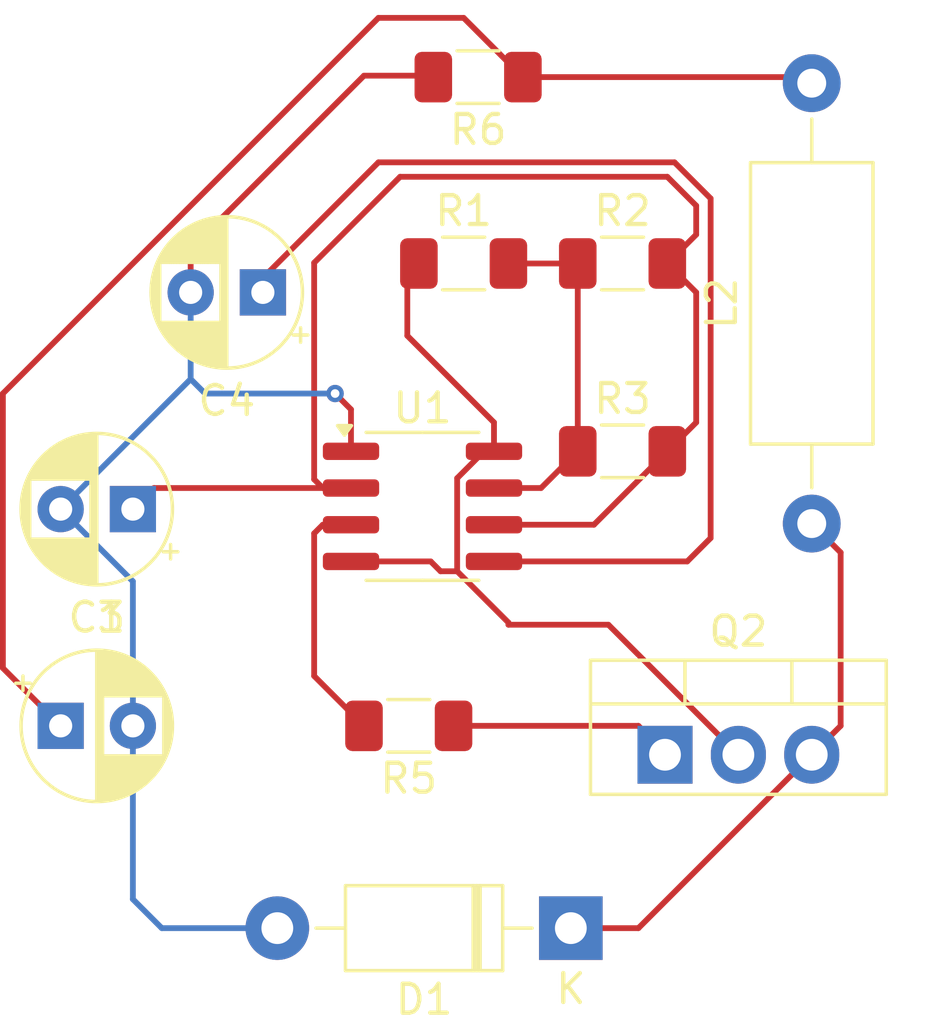
<source format=kicad_pcb>
(kicad_pcb (version 20240108) (generator "pcbnew") (generator_version "8.0")
  (layers (0 "F.Cu" signal) (31 "B.Cu" signal) (34 "B.Paste" user) (35 "F.Paste" user) (36 "B.SilkS" user "B.Silkscreen") (37 "F.SilkS" user "F.Silkscreen") (38 "B.Mask" user) (39 "F.Mask" user) (44 "Edge.Cuts" user))
  (net 0 "")
  (net 1 "Net-(U1-THR)")
  (net 2 "GND")
  (net 3 "Net-(C3-Pad1)")
  (net 4 "Net-(U1-CV)")
  (net 5 "Net-(D1-K)")
  (net 6 "Net-(Q2-G)")
  (net 7 "+24V")
  (net 8 "Net-(U1-DIS)")
  (net 9 "Net-(U1-Q)")
  (footprint "Diode_THT:D_DO-41_SOD81_P10.16mm_Horizontal" (layer "F.Cu") (at 108.66 85.5 180)
    (property "Reference" "D1" (at 5.08 -2.47 0) (layer "F.SilkS"))
    (property "Value" "1N5819")
    (fp_line (start 8.82 0) (end 7.8 0) (stroke (width 0.12)) (layer "F.SilkS"))
    (fp_line (start 7.8 1.47) (end 7.8 -1.47) (stroke (width 0.12)) (layer "F.SilkS"))
    (fp_line (start 7.8 -1.47) (end 2.36 -1.47) (stroke (width 0.12)) (layer "F.SilkS"))
    (fp_line (start 3.38 -1.47) (end 3.38 1.47) (stroke (width 0.12)) (layer "F.SilkS"))
    (fp_line (start 3.26 -1.47) (end 3.26 1.47) (stroke (width 0.12)) (layer "F.SilkS"))
    (fp_line (start 3.14 -1.47) (end 3.14 1.47) (stroke (width 0.12)) (layer "F.SilkS"))
    (fp_line (start 2.36 1.47) (end 7.8 1.47) (stroke (width 0.12)) (layer "F.SilkS"))
    (fp_line (start 2.36 -1.47) (end 2.36 1.47) (stroke (width 0.12)) (layer "F.SilkS"))
    (fp_line (start 1.34 0) (end 2.36 0) (stroke (width 0.12)) (layer "F.SilkS"))
    (fp_text user "K" (at 0 -2.1 0) (layer "F.SilkS"))
    (pad "1" thru_hole rect (at 0 0 180) (size 2.2 2.2) (drill 1.1) (layers "*.Cu" "*.Mask") (net 5 "Net-(D1-K)"))
    (pad "2" thru_hole oval (at 10.16 0 180) (size 2.2 2.2) (drill 1.1) (layers "*.Cu" "*.Mask") (net 2 "GND"))
  )
  (footprint "Package_TO_SOT_THT:TO-220-3_Vertical" (layer "F.Cu") (at 111.92 79.5)
    (property "Reference" "Q2" (at 2.54 -4.27 0) (layer "F.SilkS"))
    (property "Value" "IRLZ44N")
    (fp_line (start -2.58 -3.27) (end -2.58 1.371) (stroke (width 0.12)) (layer "F.SilkS"))
    (fp_line (start -2.58 -3.27) (end 7.66 -3.27) (stroke (width 0.12)) (layer "F.SilkS"))
    (fp_line (start -2.58 -1.76) (end 7.66 -1.76) (stroke (width 0.12)) (layer "F.SilkS"))
    (fp_line (start -2.58 1.371) (end 7.66 1.371) (stroke (width 0.12)) (layer "F.SilkS"))
    (fp_line (start 0.69 -3.27) (end 0.69 -1.76) (stroke (width 0.12)) (layer "F.SilkS"))
    (fp_line (start 4.391 -3.27) (end 4.391 -1.76) (stroke (width 0.12)) (layer "F.SilkS"))
    (fp_line (start 7.66 -3.27) (end 7.66 1.371) (stroke (width 0.12)) (layer "F.SilkS"))
    (pad "1" thru_hole rect (at 0 0) (size 1.905 2) (drill 1.1) (layers "*.Cu" "*.Mask") (net 6 "Net-(Q2-G)"))
    (pad "2" thru_hole oval (at 2.54 0) (size 1.905 2) (drill 1.1) (layers "*.Cu" "*.Mask") (net 7 "+24V"))
    (pad "3" thru_hole oval (at 5.08 0) (size 1.905 2) (drill 1.1) (layers "*.Cu" "*.Mask") (net 5 "Net-(D1-K)"))
  )
  (footprint "Capacitor_THT:CP_Radial_D5.0mm_P2.50mm" (layer "F.Cu") (at 93.5 71 180)
    (property "Reference" "C1" (at 1.25 -3.75 0) (layer "F.SilkS"))
    (property "Value" "0.1 μF")
    (fp_line (start 3.851 -0.284) (end 3.851 0.284) (stroke (width 0.12)) (layer "F.SilkS"))
    (fp_line (start 3.811 -0.518) (end 3.811 0.518) (stroke (width 0.12)) (layer "F.SilkS"))
    (fp_line (start 3.771 -0.677) (end 3.771 0.677) (stroke (width 0.12)) (layer "F.SilkS"))
    (fp_line (start 3.731 -0.805) (end 3.731 0.805) (stroke (width 0.12)) (layer "F.SilkS"))
    (fp_line (start 3.691 -0.915) (end 3.691 0.915) (stroke (width 0.12)) (layer "F.SilkS"))
    (fp_line (start 3.651 -1.011) (end 3.651 1.011) (stroke (width 0.12)) (layer "F.SilkS"))
    (fp_line (start 3.611 -1.098) (end 3.611 1.098) (stroke (width 0.12)) (layer "F.SilkS"))
    (fp_line (start 3.571 -1.178) (end 3.571 1.178) (stroke (width 0.12)) (layer "F.SilkS"))
    (fp_line (start 3.531 1.04) (end 3.531 1.251) (stroke (width 0.12)) (layer "F.SilkS"))
    (fp_line (start 3.531 -1.251) (end 3.531 -1.04) (stroke (width 0.12)) (layer "F.SilkS"))
    (fp_line (start 3.491 1.04) (end 3.491 1.319) (stroke (width 0.12)) (layer "F.SilkS"))
    (fp_line (start 3.491 -1.319) (end 3.491 -1.04) (stroke (width 0.12)) (layer "F.SilkS"))
    (fp_line (start 3.451 1.04) (end 3.451 1.383) (stroke (width 0.12)) (layer "F.SilkS"))
    (fp_line (start 3.451 -1.383) (end 3.451 -1.04) (stroke (width 0.12)) (layer "F.SilkS"))
    (fp_line (start 3.411 1.04) (end 3.411 1.443) (stroke (width 0.12)) (layer "F.SilkS"))
    (fp_line (start 3.411 -1.443) (end 3.411 -1.04) (stroke (width 0.12)) (layer "F.SilkS"))
    (fp_line (start 3.371 1.04) (end 3.371 1.5) (stroke (width 0.12)) (layer "F.SilkS"))
    (fp_line (start 3.371 -1.5) (end 3.371 -1.04) (stroke (width 0.12)) (layer "F.SilkS"))
    (fp_line (start 3.331 1.04) (end 3.331 1.554) (stroke (width 0.12)) (layer "F.SilkS"))
    (fp_line (start 3.331 -1.554) (end 3.331 -1.04) (stroke (width 0.12)) (layer "F.SilkS"))
    (fp_line (start 3.291 1.04) (end 3.291 1.605) (stroke (width 0.12)) (layer "F.SilkS"))
    (fp_line (start 3.291 -1.605) (end 3.291 -1.04) (stroke (width 0.12)) (layer "F.SilkS"))
    (fp_line (start 3.251 1.04) (end 3.251 1.653) (stroke (width 0.12)) (layer "F.SilkS"))
    (fp_line (start 3.251 -1.653) (end 3.251 -1.04) (stroke (width 0.12)) (layer "F.SilkS"))
    (fp_line (start 3.211 1.04) (end 3.211 1.699) (stroke (width 0.12)) (layer "F.SilkS"))
    (fp_line (start 3.211 -1.699) (end 3.211 -1.04) (stroke (width 0.12)) (layer "F.SilkS"))
    (fp_line (start 3.171 1.04) (end 3.171 1.743) (stroke (width 0.12)) (layer "F.SilkS"))
    (fp_line (start 3.171 -1.743) (end 3.171 -1.04) (stroke (width 0.12)) (layer "F.SilkS"))
    (fp_line (start 3.131 1.04) (end 3.131 1.785) (stroke (width 0.12)) (layer "F.SilkS"))
    (fp_line (start 3.131 -1.785) (end 3.131 -1.04) (stroke (width 0.12)) (layer "F.SilkS"))
    (fp_line (start 3.091 1.04) (end 3.091 1.826) (stroke (width 0.12)) (layer "F.SilkS"))
    (fp_line (start 3.091 -1.826) (end 3.091 -1.04) (stroke (width 0.12)) (layer "F.SilkS"))
    (fp_line (start 3.051 1.04) (end 3.051 1.864) (stroke (width 0.12)) (layer "F.SilkS"))
    (fp_line (start 3.051 -1.864) (end 3.051 -1.04) (stroke (width 0.12)) (layer "F.SilkS"))
    (fp_line (start 3.011 1.04) (end 3.011 1.901) (stroke (width 0.12)) (layer "F.SilkS"))
    (fp_line (start 3.011 -1.901) (end 3.011 -1.04) (stroke (width 0.12)) (layer "F.SilkS"))
    (fp_line (start 2.971 1.04) (end 2.971 1.937) (stroke (width 0.12)) (layer "F.SilkS"))
    (fp_line (start 2.971 -1.937) (end 2.971 -1.04) (stroke (width 0.12)) (layer "F.SilkS"))
    (fp_line (start 2.931 1.04) (end 2.931 1.971) (stroke (width 0.12)) (layer "F.SilkS"))
    (fp_line (start 2.931 -1.971) (end 2.931 -1.04) (stroke (width 0.12)) (layer "F.SilkS"))
    (fp_line (start 2.891 1.04) (end 2.891 2.004) (stroke (width 0.12)) (layer "F.SilkS"))
    (fp_line (start 2.891 -2.004) (end 2.891 -1.04) (stroke (width 0.12)) (layer "F.SilkS"))
    (fp_line (start 2.851 1.04) (end 2.851 2.035) (stroke (width 0.12)) (layer "F.SilkS"))
    (fp_line (start 2.851 -2.035) (end 2.851 -1.04) (stroke (width 0.12)) (layer "F.SilkS"))
    (fp_line (start 2.811 1.04) (end 2.811 2.065) (stroke (width 0.12)) (layer "F.SilkS"))
    (fp_line (start 2.811 -2.065) (end 2.811 -1.04) (stroke (width 0.12)) (layer "F.SilkS"))
    (fp_line (start 2.771 1.04) (end 2.771 2.095) (stroke (width 0.12)) (layer "F.SilkS"))
    (fp_line (start 2.771 -2.095) (end 2.771 -1.04) (stroke (width 0.12)) (layer "F.SilkS"))
    (fp_line (start 2.731 1.04) (end 2.731 2.122) (stroke (width 0.12)) (layer "F.SilkS"))
    (fp_line (start 2.731 -2.122) (end 2.731 -1.04) (stroke (width 0.12)) (layer "F.SilkS"))
    (fp_line (start 2.691 1.04) (end 2.691 2.149) (stroke (width 0.12)) (layer "F.SilkS"))
    (fp_line (start 2.691 -2.149) (end 2.691 -1.04) (stroke (width 0.12)) (layer "F.SilkS"))
    (fp_line (start 2.651 1.04) (end 2.651 2.175) (stroke (width 0.12)) (layer "F.SilkS"))
    (fp_line (start 2.651 -2.175) (end 2.651 -1.04) (stroke (width 0.12)) (layer "F.SilkS"))
    (fp_line (start 2.611 1.04) (end 2.611 2.2) (stroke (width 0.12)) (layer "F.SilkS"))
    (fp_line (start 2.611 -2.2) (end 2.611 -1.04) (stroke (width 0.12)) (layer "F.SilkS"))
    (fp_line (start 2.571 1.04) (end 2.571 2.224) (stroke (width 0.12)) (layer "F.SilkS"))
    (fp_line (start 2.571 -2.224) (end 2.571 -1.04) (stroke (width 0.12)) (layer "F.SilkS"))
    (fp_line (start 2.531 1.04) (end 2.531 2.247) (stroke (width 0.12)) (layer "F.SilkS"))
    (fp_line (start 2.531 -2.247) (end 2.531 -1.04) (stroke (width 0.12)) (layer "F.SilkS"))
    (fp_line (start 2.491 1.04) (end 2.491 2.268) (stroke (width 0.12)) (layer "F.SilkS"))
    (fp_line (start 2.491 -2.268) (end 2.491 -1.04) (stroke (width 0.12)) (layer "F.SilkS"))
    (fp_line (start 2.451 1.04) (end 2.451 2.29) (stroke (width 0.12)) (layer "F.SilkS"))
    (fp_line (start 2.451 -2.29) (end 2.451 -1.04) (stroke (width 0.12)) (layer "F.SilkS"))
    (fp_line (start 2.411 1.04) (end 2.411 2.31) (stroke (width 0.12)) (layer "F.SilkS"))
    (fp_line (start 2.411 -2.31) (end 2.411 -1.04) (stroke (width 0.12)) (layer "F.SilkS"))
    (fp_line (start 2.371 1.04) (end 2.371 2.329) (stroke (width 0.12)) (layer "F.SilkS"))
    (fp_line (start 2.371 -2.329) (end 2.371 -1.04) (stroke (width 0.12)) (layer "F.SilkS"))
    (fp_line (start 2.331 1.04) (end 2.331 2.348) (stroke (width 0.12)) (layer "F.SilkS"))
    (fp_line (start 2.331 -2.348) (end 2.331 -1.04) (stroke (width 0.12)) (layer "F.SilkS"))
    (fp_line (start 2.291 1.04) (end 2.291 2.365) (stroke (width 0.12)) (layer "F.SilkS"))
    (fp_line (start 2.291 -2.365) (end 2.291 -1.04) (stroke (width 0.12)) (layer "F.SilkS"))
    (fp_line (start 2.251 1.04) (end 2.251 2.382) (stroke (width 0.12)) (layer "F.SilkS"))
    (fp_line (start 2.251 -2.382) (end 2.251 -1.04) (stroke (width 0.12)) (layer "F.SilkS"))
    (fp_line (start 2.211 1.04) (end 2.211 2.398) (stroke (width 0.12)) (layer "F.SilkS"))
    (fp_line (start 2.211 -2.398) (end 2.211 -1.04) (stroke (width 0.12)) (layer "F.SilkS"))
    (fp_line (start 2.171 1.04) (end 2.171 2.414) (stroke (width 0.12)) (layer "F.SilkS"))
    (fp_line (start 2.171 -2.414) (end 2.171 -1.04) (stroke (width 0.12)) (layer "F.SilkS"))
    (fp_line (start 2.131 1.04) (end 2.131 2.428) (stroke (width 0.12)) (layer "F.SilkS"))
    (fp_line (start 2.131 -2.428) (end 2.131 -1.04) (stroke (width 0.12)) (layer "F.SilkS"))
    (fp_line (start 2.091 1.04) (end 2.091 2.442) (stroke (width 0.12)) (layer "F.SilkS"))
    (fp_line (start 2.091 -2.442) (end 2.091 -1.04) (stroke (width 0.12)) (layer "F.SilkS"))
    (fp_line (start 2.051 1.04) (end 2.051 2.455) (stroke (width 0.12)) (layer "F.SilkS"))
    (fp_line (start 2.051 -2.455) (end 2.051 -1.04) (stroke (width 0.12)) (layer "F.SilkS"))
    (fp_line (start 2.011 1.04) (end 2.011 2.468) (stroke (width 0.12)) (layer "F.SilkS"))
    (fp_line (start 2.011 -2.468) (end 2.011 -1.04) (stroke (width 0.12)) (layer "F.SilkS"))
    (fp_line (start 1.971 1.04) (end 1.971 2.48) (stroke (width 0.12)) (layer "F.SilkS"))
    (fp_line (start 1.971 -2.48) (end 1.971 -1.04) (stroke (width 0.12)) (layer "F.SilkS"))
    (fp_line (start 1.93 1.04) (end 1.93 2.491) (stroke (width 0.12)) (layer "F.SilkS"))
    (fp_line (start 1.93 -2.491) (end 1.93 -1.04) (stroke (width 0.12)) (layer "F.SilkS"))
    (fp_line (start 1.89 1.04) (end 1.89 2.501) (stroke (width 0.12)) (layer "F.SilkS"))
    (fp_line (start 1.89 -2.501) (end 1.89 -1.04) (stroke (width 0.12)) (layer "F.SilkS"))
    (fp_line (start 1.85 1.04) (end 1.85 2.511) (stroke (width 0.12)) (layer "F.SilkS"))
    (fp_line (start 1.85 -2.511) (end 1.85 -1.04) (stroke (width 0.12)) (layer "F.SilkS"))
    (fp_line (start 1.81 1.04) (end 1.81 2.52) (stroke (width 0.12)) (layer "F.SilkS"))
    (fp_line (start 1.81 -2.52) (end 1.81 -1.04) (stroke (width 0.12)) (layer "F.SilkS"))
    (fp_line (start 1.77 1.04) (end 1.77 2.528) (stroke (width 0.12)) (layer "F.SilkS"))
    (fp_line (start 1.77 -2.528) (end 1.77 -1.04) (stroke (width 0.12)) (layer "F.SilkS"))
    (fp_line (start 1.73 1.04) (end 1.73 2.536) (stroke (width 0.12)) (layer "F.SilkS"))
    (fp_line (start 1.73 -2.536) (end 1.73 -1.04) (stroke (width 0.12)) (layer "F.SilkS"))
    (fp_line (start 1.69 1.04) (end 1.69 2.543) (stroke (width 0.12)) (layer "F.SilkS"))
    (fp_line (start 1.69 -2.543) (end 1.69 -1.04) (stroke (width 0.12)) (layer "F.SilkS"))
    (fp_line (start 1.65 1.04) (end 1.65 2.55) (stroke (width 0.12)) (layer "F.SilkS"))
    (fp_line (start 1.65 -2.55) (end 1.65 -1.04) (stroke (width 0.12)) (layer "F.SilkS"))
    (fp_line (start 1.61 1.04) (end 1.61 2.556) (stroke (width 0.12)) (layer "F.SilkS"))
    (fp_line (start 1.61 -2.556) (end 1.61 -1.04) (stroke (width 0.12)) (layer "F.SilkS"))
    (fp_line (start 1.57 1.04) (end 1.57 2.561) (stroke (width 0.12)) (layer "F.SilkS"))
    (fp_line (start 1.57 -2.561) (end 1.57 -1.04) (stroke (width 0.12)) (layer "F.SilkS"))
    (fp_line (start 1.53 1.04) (end 1.53 2.565) (stroke (width 0.12)) (layer "F.SilkS"))
    (fp_line (start 1.53 -2.565) (end 1.53 -1.04) (stroke (width 0.12)) (layer "F.SilkS"))
    (fp_line (start 1.49 1.04) (end 1.49 2.569) (stroke (width 0.12)) (layer "F.SilkS"))
    (fp_line (start 1.49 -2.569) (end 1.49 -1.04) (stroke (width 0.12)) (layer "F.SilkS"))
    (fp_line (start 1.45 -2.573) (end 1.45 2.573) (stroke (width 0.12)) (layer "F.SilkS"))
    (fp_line (start 1.41 -2.576) (end 1.41 2.576) (stroke (width 0.12)) (layer "F.SilkS"))
    (fp_line (start 1.37 -2.578) (end 1.37 2.578) (stroke (width 0.12)) (layer "F.SilkS"))
    (fp_line (start 1.33 -2.579) (end 1.33 2.579) (stroke (width 0.12)) (layer "F.SilkS"))
    (fp_line (start 1.29 -2.58) (end 1.29 2.58) (stroke (width 0.12)) (layer "F.SilkS"))
    (fp_line (start 1.25 -2.58) (end 1.25 2.58) (stroke (width 0.12)) (layer "F.SilkS"))
    (fp_line (start -1.304775 -1.725) (end -1.304775 -1.225) (stroke (width 0.12)) (layer "F.SilkS"))
    (fp_line (start -1.554775 -1.475) (end -1.054775 -1.475) (stroke (width 0.12)) (layer "F.SilkS"))
    (fp_circle (center 1.25 0) (end 3.87 0) (stroke (width 0.12)) (fill none) (layer "F.SilkS"))
    (pad "1" thru_hole rect (at 0 0 180) (size 1.6 1.6) (drill 0.8) (layers "*.Cu" "*.Mask") (net 1 "Net-(U1-THR)"))
    (pad "2" thru_hole circle (at 2.5 0 180) (size 1.6 1.6) (drill 0.8) (layers "*.Cu" "*.Mask") (net 2 "GND"))
  )
  (footprint "Resistor_SMD:R_1206_3216Metric_Pad1.30x1.75mm_HandSolder" (layer "F.Cu") (at 110.45 69)
    (property "Reference" "R3" (at 0 -1.82 0) (layer "F.SilkS"))
    (property "Value" "1.16 Ω")
    (fp_line (start -0.727064 -0.91) (end 0.727064 -0.91) (stroke (width 0.12)) (layer "F.SilkS"))
    (fp_line (start -0.727064 0.91) (end 0.727064 0.91) (stroke (width 0.12)) (layer "F.SilkS"))
    (pad "1" smd roundrect (at -1.55 0) (size 1.3 1.75) (layers "F.Cu" "F.Paste" "F.Mask") (roundrect_rratio 0.192308) (net 8 "Net-(U1-DIS)"))
    (pad "2" smd roundrect (at 1.55 0) (size 1.3 1.75) (layers "F.Cu" "F.Paste" "F.Mask") (roundrect_rratio 0.192308) (net 1 "Net-(U1-THR)"))
  )
  (footprint "Capacitor_THT:CP_Radial_D5.0mm_P2.50mm" (layer "F.Cu") (at 98 63.5 180)
    (property "Reference" "C4" (at 1.25 -3.75 0) (layer "F.SilkS"))
    (property "Value" "0.1 μF")
    (fp_line (start 3.851 -0.284) (end 3.851 0.284) (stroke (width 0.12)) (layer "F.SilkS"))
    (fp_line (start 3.811 -0.518) (end 3.811 0.518) (stroke (width 0.12)) (layer "F.SilkS"))
    (fp_line (start 3.771 -0.677) (end 3.771 0.677) (stroke (width 0.12)) (layer "F.SilkS"))
    (fp_line (start 3.731 -0.805) (end 3.731 0.805) (stroke (width 0.12)) (layer "F.SilkS"))
    (fp_line (start 3.691 -0.915) (end 3.691 0.915) (stroke (width 0.12)) (layer "F.SilkS"))
    (fp_line (start 3.651 -1.011) (end 3.651 1.011) (stroke (width 0.12)) (layer "F.SilkS"))
    (fp_line (start 3.611 -1.098) (end 3.611 1.098) (stroke (width 0.12)) (layer "F.SilkS"))
    (fp_line (start 3.571 -1.178) (end 3.571 1.178) (stroke (width 0.12)) (layer "F.SilkS"))
    (fp_line (start 3.531 1.04) (end 3.531 1.251) (stroke (width 0.12)) (layer "F.SilkS"))
    (fp_line (start 3.531 -1.251) (end 3.531 -1.04) (stroke (width 0.12)) (layer "F.SilkS"))
    (fp_line (start 3.491 1.04) (end 3.491 1.319) (stroke (width 0.12)) (layer "F.SilkS"))
    (fp_line (start 3.491 -1.319) (end 3.491 -1.04) (stroke (width 0.12)) (layer "F.SilkS"))
    (fp_line (start 3.451 1.04) (end 3.451 1.383) (stroke (width 0.12)) (layer "F.SilkS"))
    (fp_line (start 3.451 -1.383) (end 3.451 -1.04) (stroke (width 0.12)) (layer "F.SilkS"))
    (fp_line (start 3.411 1.04) (end 3.411 1.443) (stroke (width 0.12)) (layer "F.SilkS"))
    (fp_line (start 3.411 -1.443) (end 3.411 -1.04) (stroke (width 0.12)) (layer "F.SilkS"))
    (fp_line (start 3.371 1.04) (end 3.371 1.5) (stroke (width 0.12)) (layer "F.SilkS"))
    (fp_line (start 3.371 -1.5) (end 3.371 -1.04) (stroke (width 0.12)) (layer "F.SilkS"))
    (fp_line (start 3.331 1.04) (end 3.331 1.554) (stroke (width 0.12)) (layer "F.SilkS"))
    (fp_line (start 3.331 -1.554) (end 3.331 -1.04) (stroke (width 0.12)) (layer "F.SilkS"))
    (fp_line (start 3.291 1.04) (end 3.291 1.605) (stroke (width 0.12)) (layer "F.SilkS"))
    (fp_line (start 3.291 -1.605) (end 3.291 -1.04) (stroke (width 0.12)) (layer "F.SilkS"))
    (fp_line (start 3.251 1.04) (end 3.251 1.653) (stroke (width 0.12)) (layer "F.SilkS"))
    (fp_line (start 3.251 -1.653) (end 3.251 -1.04) (stroke (width 0.12)) (layer "F.SilkS"))
    (fp_line (start 3.211 1.04) (end 3.211 1.699) (stroke (width 0.12)) (layer "F.SilkS"))
    (fp_line (start 3.211 -1.699) (end 3.211 -1.04) (stroke (width 0.12)) (layer "F.SilkS"))
    (fp_line (start 3.171 1.04) (end 3.171 1.743) (stroke (width 0.12)) (layer "F.SilkS"))
    (fp_line (start 3.171 -1.743) (end 3.171 -1.04) (stroke (width 0.12)) (layer "F.SilkS"))
    (fp_line (start 3.131 1.04) (end 3.131 1.785) (stroke (width 0.12)) (layer "F.SilkS"))
    (fp_line (start 3.131 -1.785) (end 3.131 -1.04) (stroke (width 0.12)) (layer "F.SilkS"))
    (fp_line (start 3.091 1.04) (end 3.091 1.826) (stroke (width 0.12)) (layer "F.SilkS"))
    (fp_line (start 3.091 -1.826) (end 3.091 -1.04) (stroke (width 0.12)) (layer "F.SilkS"))
    (fp_line (start 3.051 1.04) (end 3.051 1.864) (stroke (width 0.12)) (layer "F.SilkS"))
    (fp_line (start 3.051 -1.864) (end 3.051 -1.04) (stroke (width 0.12)) (layer "F.SilkS"))
    (fp_line (start 3.011 1.04) (end 3.011 1.901) (stroke (width 0.12)) (layer "F.SilkS"))
    (fp_line (start 3.011 -1.901) (end 3.011 -1.04) (stroke (width 0.12)) (layer "F.SilkS"))
    (fp_line (start 2.971 1.04) (end 2.971 1.937) (stroke (width 0.12)) (layer "F.SilkS"))
    (fp_line (start 2.971 -1.937) (end 2.971 -1.04) (stroke (width 0.12)) (layer "F.SilkS"))
    (fp_line (start 2.931 1.04) (end 2.931 1.971) (stroke (width 0.12)) (layer "F.SilkS"))
    (fp_line (start 2.931 -1.971) (end 2.931 -1.04) (stroke (width 0.12)) (layer "F.SilkS"))
    (fp_line (start 2.891 1.04) (end 2.891 2.004) (stroke (width 0.12)) (layer "F.SilkS"))
    (fp_line (start 2.891 -2.004) (end 2.891 -1.04) (stroke (width 0.12)) (layer "F.SilkS"))
    (fp_line (start 2.851 1.04) (end 2.851 2.035) (stroke (width 0.12)) (layer "F.SilkS"))
    (fp_line (start 2.851 -2.035) (end 2.851 -1.04) (stroke (width 0.12)) (layer "F.SilkS"))
    (fp_line (start 2.811 1.04) (end 2.811 2.065) (stroke (width 0.12)) (layer "F.SilkS"))
    (fp_line (start 2.811 -2.065) (end 2.811 -1.04) (stroke (width 0.12)) (layer "F.SilkS"))
    (fp_line (start 2.771 1.04) (end 2.771 2.095) (stroke (width 0.12)) (layer "F.SilkS"))
    (fp_line (start 2.771 -2.095) (end 2.771 -1.04) (stroke (width 0.12)) (layer "F.SilkS"))
    (fp_line (start 2.731 1.04) (end 2.731 2.122) (stroke (width 0.12)) (layer "F.SilkS"))
    (fp_line (start 2.731 -2.122) (end 2.731 -1.04) (stroke (width 0.12)) (layer "F.SilkS"))
    (fp_line (start 2.691 1.04) (end 2.691 2.149) (stroke (width 0.12)) (layer "F.SilkS"))
    (fp_line (start 2.691 -2.149) (end 2.691 -1.04) (stroke (width 0.12)) (layer "F.SilkS"))
    (fp_line (start 2.651 1.04) (end 2.651 2.175) (stroke (width 0.12)) (layer "F.SilkS"))
    (fp_line (start 2.651 -2.175) (end 2.651 -1.04) (stroke (width 0.12)) (layer "F.SilkS"))
    (fp_line (start 2.611 1.04) (end 2.611 2.2) (stroke (width 0.12)) (layer "F.SilkS"))
    (fp_line (start 2.611 -2.2) (end 2.611 -1.04) (stroke (width 0.12)) (layer "F.SilkS"))
    (fp_line (start 2.571 1.04) (end 2.571 2.224) (stroke (width 0.12)) (layer "F.SilkS"))
    (fp_line (start 2.571 -2.224) (end 2.571 -1.04) (stroke (width 0.12)) (layer "F.SilkS"))
    (fp_line (start 2.531 1.04) (end 2.531 2.247) (stroke (width 0.12)) (layer "F.SilkS"))
    (fp_line (start 2.531 -2.247) (end 2.531 -1.04) (stroke (width 0.12)) (layer "F.SilkS"))
    (fp_line (start 2.491 1.04) (end 2.491 2.268) (stroke (width 0.12)) (layer "F.SilkS"))
    (fp_line (start 2.491 -2.268) (end 2.491 -1.04) (stroke (width 0.12)) (layer "F.SilkS"))
    (fp_line (start 2.451 1.04) (end 2.451 2.29) (stroke (width 0.12)) (layer "F.SilkS"))
    (fp_line (start 2.451 -2.29) (end 2.451 -1.04) (stroke (width 0.12)) (layer "F.SilkS"))
    (fp_line (start 2.411 1.04) (end 2.411 2.31) (stroke (width 0.12)) (layer "F.SilkS"))
    (fp_line (start 2.411 -2.31) (end 2.411 -1.04) (stroke (width 0.12)) (layer "F.SilkS"))
    (fp_line (start 2.371 1.04) (end 2.371 2.329) (stroke (width 0.12)) (layer "F.SilkS"))
    (fp_line (start 2.371 -2.329) (end 2.371 -1.04) (stroke (width 0.12)) (layer "F.SilkS"))
    (fp_line (start 2.331 1.04) (end 2.331 2.348) (stroke (width 0.12)) (layer "F.SilkS"))
    (fp_line (start 2.331 -2.348) (end 2.331 -1.04) (stroke (width 0.12)) (layer "F.SilkS"))
    (fp_line (start 2.291 1.04) (end 2.291 2.365) (stroke (width 0.12)) (layer "F.SilkS"))
    (fp_line (start 2.291 -2.365) (end 2.291 -1.04) (stroke (width 0.12)) (layer "F.SilkS"))
    (fp_line (start 2.251 1.04) (end 2.251 2.382) (stroke (width 0.12)) (layer "F.SilkS"))
    (fp_line (start 2.251 -2.382) (end 2.251 -1.04) (stroke (width 0.12)) (layer "F.SilkS"))
    (fp_line (start 2.211 1.04) (end 2.211 2.398) (stroke (width 0.12)) (layer "F.SilkS"))
    (fp_line (start 2.211 -2.398) (end 2.211 -1.04) (stroke (width 0.12)) (layer "F.SilkS"))
    (fp_line (start 2.171 1.04) (end 2.171 2.414) (stroke (width 0.12)) (layer "F.SilkS"))
    (fp_line (start 2.171 -2.414) (end 2.171 -1.04) (stroke (width 0.12)) (layer "F.SilkS"))
    (fp_line (start 2.131 1.04) (end 2.131 2.428) (stroke (width 0.12)) (layer "F.SilkS"))
    (fp_line (start 2.131 -2.428) (end 2.131 -1.04) (stroke (width 0.12)) (layer "F.SilkS"))
    (fp_line (start 2.091 1.04) (end 2.091 2.442) (stroke (width 0.12)) (layer "F.SilkS"))
    (fp_line (start 2.091 -2.442) (end 2.091 -1.04) (stroke (width 0.12)) (layer "F.SilkS"))
    (fp_line (start 2.051 1.04) (end 2.051 2.455) (stroke (width 0.12)) (layer "F.SilkS"))
    (fp_line (start 2.051 -2.455) (end 2.051 -1.04) (stroke (width 0.12)) (layer "F.SilkS"))
    (fp_line (start 2.011 1.04) (end 2.011 2.468) (stroke (width 0.12)) (layer "F.SilkS"))
    (fp_line (start 2.011 -2.468) (end 2.011 -1.04) (stroke (width 0.12)) (layer "F.SilkS"))
    (fp_line (start 1.971 1.04) (end 1.971 2.48) (stroke (width 0.12)) (layer "F.SilkS"))
    (fp_line (start 1.971 -2.48) (end 1.971 -1.04) (stroke (width 0.12)) (layer "F.SilkS"))
    (fp_line (start 1.93 1.04) (end 1.93 2.491) (stroke (width 0.12)) (layer "F.SilkS"))
    (fp_line (start 1.93 -2.491) (end 1.93 -1.04) (stroke (width 0.12)) (layer "F.SilkS"))
    (fp_line (start 1.89 1.04) (end 1.89 2.501) (stroke (width 0.12)) (layer "F.SilkS"))
    (fp_line (start 1.89 -2.501) (end 1.89 -1.04) (stroke (width 0.12)) (layer "F.SilkS"))
    (fp_line (start 1.85 1.04) (end 1.85 2.511) (stroke (width 0.12)) (layer "F.SilkS"))
    (fp_line (start 1.85 -2.511) (end 1.85 -1.04) (stroke (width 0.12)) (layer "F.SilkS"))
    (fp_line (start 1.81 1.04) (end 1.81 2.52) (stroke (width 0.12)) (layer "F.SilkS"))
    (fp_line (start 1.81 -2.52) (end 1.81 -1.04) (stroke (width 0.12)) (layer "F.SilkS"))
    (fp_line (start 1.77 1.04) (end 1.77 2.528) (stroke (width 0.12)) (layer "F.SilkS"))
    (fp_line (start 1.77 -2.528) (end 1.77 -1.04) (stroke (width 0.12)) (layer "F.SilkS"))
    (fp_line (start 1.73 1.04) (end 1.73 2.536) (stroke (width 0.12)) (layer "F.SilkS"))
    (fp_line (start 1.73 -2.536) (end 1.73 -1.04) (stroke (width 0.12)) (layer "F.SilkS"))
    (fp_line (start 1.69 1.04) (end 1.69 2.543) (stroke (width 0.12)) (layer "F.SilkS"))
    (fp_line (start 1.69 -2.543) (end 1.69 -1.04) (stroke (width 0.12)) (layer "F.SilkS"))
    (fp_line (start 1.65 1.04) (end 1.65 2.55) (stroke (width 0.12)) (layer "F.SilkS"))
    (fp_line (start 1.65 -2.55) (end 1.65 -1.04) (stroke (width 0.12)) (layer "F.SilkS"))
    (fp_line (start 1.61 1.04) (end 1.61 2.556) (stroke (width 0.12)) (layer "F.SilkS"))
    (fp_line (start 1.61 -2.556) (end 1.61 -1.04) (stroke (width 0.12)) (layer "F.SilkS"))
    (fp_line (start 1.57 1.04) (end 1.57 2.561) (stroke (width 0.12)) (layer "F.SilkS"))
    (fp_line (start 1.57 -2.561) (end 1.57 -1.04) (stroke (width 0.12)) (layer "F.SilkS"))
    (fp_line (start 1.53 1.04) (end 1.53 2.565) (stroke (width 0.12)) (layer "F.SilkS"))
    (fp_line (start 1.53 -2.565) (end 1.53 -1.04) (stroke (width 0.12)) (layer "F.SilkS"))
    (fp_line (start 1.49 1.04) (end 1.49 2.569) (stroke (width 0.12)) (layer "F.SilkS"))
    (fp_line (start 1.49 -2.569) (end 1.49 -1.04) (stroke (width 0.12)) (layer "F.SilkS"))
    (fp_line (start 1.45 -2.573) (end 1.45 2.573) (stroke (width 0.12)) (layer "F.SilkS"))
    (fp_line (start 1.41 -2.576) (end 1.41 2.576) (stroke (width 0.12)) (layer "F.SilkS"))
    (fp_line (start 1.37 -2.578) (end 1.37 2.578) (stroke (width 0.12)) (layer "F.SilkS"))
    (fp_line (start 1.33 -2.579) (end 1.33 2.579) (stroke (width 0.12)) (layer "F.SilkS"))
    (fp_line (start 1.29 -2.58) (end 1.29 2.58) (stroke (width 0.12)) (layer "F.SilkS"))
    (fp_line (start 1.25 -2.58) (end 1.25 2.58) (stroke (width 0.12)) (layer "F.SilkS"))
    (fp_line (start -1.304775 -1.725) (end -1.304775 -1.225) (stroke (width 0.12)) (layer "F.SilkS"))
    (fp_line (start -1.554775 -1.475) (end -1.054775 -1.475) (stroke (width 0.12)) (layer "F.SilkS"))
    (fp_circle (center 1.25 0) (end 3.87 0) (stroke (width 0.12)) (fill none) (layer "F.SilkS"))
    (pad "1" thru_hole rect (at 0 0 180) (size 1.6 1.6) (drill 0.8) (layers "*.Cu" "*.Mask") (net 4 "Net-(U1-CV)"))
    (pad "2" thru_hole circle (at 2.5 0 180) (size 1.6 1.6) (drill 0.8) (layers "*.Cu" "*.Mask") (net 2 "GND"))
  )
  (footprint "Resistor_SMD:R_1206_3216Metric_Pad1.30x1.75mm_HandSolder" (layer "F.Cu") (at 110.45 62.5)
    (property "Reference" "R2" (at 0 -1.82 0) (layer "F.SilkS"))
    (property "Value" "18 kΩ")
    (fp_line (start -0.727064 -0.91) (end 0.727064 -0.91) (stroke (width 0.12)) (layer "F.SilkS"))
    (fp_line (start -0.727064 0.91) (end 0.727064 0.91) (stroke (width 0.12)) (layer "F.SilkS"))
    (pad "1" smd roundrect (at -1.55 0) (size 1.3 1.75) (layers "F.Cu" "F.Paste" "F.Mask") (roundrect_rratio 0.192308) (net 8 "Net-(U1-DIS)"))
    (pad "2" smd roundrect (at 1.55 0) (size 1.3 1.75) (layers "F.Cu" "F.Paste" "F.Mask") (roundrect_rratio 0.192308) (net 1 "Net-(U1-THR)"))
  )
  (footprint "Package_SO:SOIC-8_3.9x4.9mm_P1.27mm" (layer "F.Cu") (at 103.525 70.905)
    (property "Reference" "U1" (at 0 -3.4 0) (layer "F.SilkS"))
    (property "Value" "NE555D")
    (fp_line (start 0 -2.56) (end -1.95 -2.56) (stroke (width 0.12)) (layer "F.SilkS"))
    (fp_line (start 0 -2.56) (end 1.95 -2.56) (stroke (width 0.12)) (layer "F.SilkS"))
    (fp_line (start 0 2.56) (end -1.95 2.56) (stroke (width 0.12)) (layer "F.SilkS"))
    (fp_line (start 0 2.56) (end 1.95 2.56) (stroke (width 0.12)) (layer "F.SilkS"))
    (fp_poly (pts (xy -2.7 -2.465) (xy -2.94 -2.795) (xy -2.46 -2.795) (xy -2.7 -2.465)) (stroke (width 0.12)) (fill solid) (layer "F.SilkS"))
    (pad "1" smd roundrect (at -2.475 -1.905) (size 1.95 0.6) (layers "F.Cu" "F.Paste" "F.Mask") (net 2 "GND"))
    (pad "2" smd roundrect (at -2.475 -0.635) (size 1.95 0.6) (layers "F.Cu" "F.Paste" "F.Mask") (net 1 "Net-(U1-THR)"))
    (pad "3" smd roundrect (at -2.475 0.635) (size 1.95 0.6) (layers "F.Cu" "F.Paste" "F.Mask") (net 9 "Net-(U1-Q)"))
    (pad "4" smd roundrect (at -2.475 1.905) (size 1.95 0.6) (layers "F.Cu" "F.Paste" "F.Mask") (net 7 "+24V"))
    (pad "5" smd roundrect (at 2.475 1.905) (size 1.95 0.6) (layers "F.Cu" "F.Paste" "F.Mask") (net 4 "Net-(U1-CV)"))
    (pad "6" smd roundrect (at 2.475 0.635) (size 1.95 0.6) (layers "F.Cu" "F.Paste" "F.Mask") (net 1 "Net-(U1-THR)"))
    (pad "7" smd roundrect (at 2.475 -0.635) (size 1.95 0.6) (layers "F.Cu" "F.Paste" "F.Mask") (net 8 "Net-(U1-DIS)"))
    (pad "8" smd roundrect (at 2.475 -1.905) (size 1.95 0.6) (layers "F.Cu" "F.Paste" "F.Mask") (net 7 "+24V"))
  )
  (footprint "Resistor_SMD:R_1206_3216Metric_Pad1.30x1.75mm_HandSolder" (layer "F.Cu") (at 103.05 78.5 180)
    (property "Reference" "R5" (at 0 -1.82 0) (layer "F.SilkS"))
    (property "Value" "450")
    (fp_line (start -0.727064 0.91) (end 0.727064 0.91) (stroke (width 0.12)) (layer "F.SilkS"))
    (fp_line (start -0.727064 -0.91) (end 0.727064 -0.91) (stroke (width 0.12)) (layer "F.SilkS"))
    (pad "1" smd roundrect (at -1.55 0 180) (size 1.3 1.75) (layers "F.Cu" "F.Paste" "F.Mask") (roundrect_rratio 0.192308) (net 6 "Net-(Q2-G)"))
    (pad "2" smd roundrect (at 1.55 0 180) (size 1.3 1.75) (layers "F.Cu" "F.Paste" "F.Mask") (roundrect_rratio 0.192308) (net 9 "Net-(U1-Q)"))
  )
  (footprint "Capacitor_THT:CP_Radial_D5.0mm_P2.50mm" (layer "F.Cu") (at 91 78.5)
    (property "Reference" "C3" (at 1.25 -3.75 0) (layer "F.SilkS"))
    (property "Value" "32 μF")
    (fp_line (start -1.554775 -1.475) (end -1.054775 -1.475) (stroke (width 0.12)) (layer "F.SilkS"))
    (fp_line (start -1.304775 -1.725) (end -1.304775 -1.225) (stroke (width 0.12)) (layer "F.SilkS"))
    (fp_line (start 1.25 -2.58) (end 1.25 2.58) (stroke (width 0.12)) (layer "F.SilkS"))
    (fp_line (start 1.29 -2.58) (end 1.29 2.58) (stroke (width 0.12)) (layer "F.SilkS"))
    (fp_line (start 1.33 -2.579) (end 1.33 2.579) (stroke (width 0.12)) (layer "F.SilkS"))
    (fp_line (start 1.37 -2.578) (end 1.37 2.578) (stroke (width 0.12)) (layer "F.SilkS"))
    (fp_line (start 1.41 -2.576) (end 1.41 2.576) (stroke (width 0.12)) (layer "F.SilkS"))
    (fp_line (start 1.45 -2.573) (end 1.45 2.573) (stroke (width 0.12)) (layer "F.SilkS"))
    (fp_line (start 1.49 -2.569) (end 1.49 -1.04) (stroke (width 0.12)) (layer "F.SilkS"))
    (fp_line (start 1.49 1.04) (end 1.49 2.569) (stroke (width 0.12)) (layer "F.SilkS"))
    (fp_line (start 1.53 -2.565) (end 1.53 -1.04) (stroke (width 0.12)) (layer "F.SilkS"))
    (fp_line (start 1.53 1.04) (end 1.53 2.565) (stroke (width 0.12)) (layer "F.SilkS"))
    (fp_line (start 1.57 -2.561) (end 1.57 -1.04) (stroke (width 0.12)) (layer "F.SilkS"))
    (fp_line (start 1.57 1.04) (end 1.57 2.561) (stroke (width 0.12)) (layer "F.SilkS"))
    (fp_line (start 1.61 -2.556) (end 1.61 -1.04) (stroke (width 0.12)) (layer "F.SilkS"))
    (fp_line (start 1.61 1.04) (end 1.61 2.556) (stroke (width 0.12)) (layer "F.SilkS"))
    (fp_line (start 1.65 -2.55) (end 1.65 -1.04) (stroke (width 0.12)) (layer "F.SilkS"))
    (fp_line (start 1.65 1.04) (end 1.65 2.55) (stroke (width 0.12)) (layer "F.SilkS"))
    (fp_line (start 1.69 -2.543) (end 1.69 -1.04) (stroke (width 0.12)) (layer "F.SilkS"))
    (fp_line (start 1.69 1.04) (end 1.69 2.543) (stroke (width 0.12)) (layer "F.SilkS"))
    (fp_line (start 1.73 -2.536) (end 1.73 -1.04) (stroke (width 0.12)) (layer "F.SilkS"))
    (fp_line (start 1.73 1.04) (end 1.73 2.536) (stroke (width 0.12)) (layer "F.SilkS"))
    (fp_line (start 1.77 -2.528) (end 1.77 -1.04) (stroke (width 0.12)) (layer "F.SilkS"))
    (fp_line (start 1.77 1.04) (end 1.77 2.528) (stroke (width 0.12)) (layer "F.SilkS"))
    (fp_line (start 1.81 -2.52) (end 1.81 -1.04) (stroke (width 0.12)) (layer "F.SilkS"))
    (fp_line (start 1.81 1.04) (end 1.81 2.52) (stroke (width 0.12)) (layer "F.SilkS"))
    (fp_line (start 1.85 -2.511) (end 1.85 -1.04) (stroke (width 0.12)) (layer "F.SilkS"))
    (fp_line (start 1.85 1.04) (end 1.85 2.511) (stroke (width 0.12)) (layer "F.SilkS"))
    (fp_line (start 1.89 -2.501) (end 1.89 -1.04) (stroke (width 0.12)) (layer "F.SilkS"))
    (fp_line (start 1.89 1.04) (end 1.89 2.501) (stroke (width 0.12)) (layer "F.SilkS"))
    (fp_line (start 1.93 -2.491) (end 1.93 -1.04) (stroke (width 0.12)) (layer "F.SilkS"))
    (fp_line (start 1.93 1.04) (end 1.93 2.491) (stroke (width 0.12)) (layer "F.SilkS"))
    (fp_line (start 1.971 -2.48) (end 1.971 -1.04) (stroke (width 0.12)) (layer "F.SilkS"))
    (fp_line (start 1.971 1.04) (end 1.971 2.48) (stroke (width 0.12)) (layer "F.SilkS"))
    (fp_line (start 2.011 -2.468) (end 2.011 -1.04) (stroke (width 0.12)) (layer "F.SilkS"))
    (fp_line (start 2.011 1.04) (end 2.011 2.468) (stroke (width 0.12)) (layer "F.SilkS"))
    (fp_line (start 2.051 -2.455) (end 2.051 -1.04) (stroke (width 0.12)) (layer "F.SilkS"))
    (fp_line (start 2.051 1.04) (end 2.051 2.455) (stroke (width 0.12)) (layer "F.SilkS"))
    (fp_line (start 2.091 -2.442) (end 2.091 -1.04) (stroke (width 0.12)) (layer "F.SilkS"))
    (fp_line (start 2.091 1.04) (end 2.091 2.442) (stroke (width 0.12)) (layer "F.SilkS"))
    (fp_line (start 2.131 -2.428) (end 2.131 -1.04) (stroke (width 0.12)) (layer "F.SilkS"))
    (fp_line (start 2.131 1.04) (end 2.131 2.428) (stroke (width 0.12)) (layer "F.SilkS"))
    (fp_line (start 2.171 -2.414) (end 2.171 -1.04) (stroke (width 0.12)) (layer "F.SilkS"))
    (fp_line (start 2.171 1.04) (end 2.171 2.414) (stroke (width 0.12)) (layer "F.SilkS"))
    (fp_line (start 2.211 -2.398) (end 2.211 -1.04) (stroke (width 0.12)) (layer "F.SilkS"))
    (fp_line (start 2.211 1.04) (end 2.211 2.398) (stroke (width 0.12)) (layer "F.SilkS"))
    (fp_line (start 2.251 -2.382) (end 2.251 -1.04) (stroke (width 0.12)) (layer "F.SilkS"))
    (fp_line (start 2.251 1.04) (end 2.251 2.382) (stroke (width 0.12)) (layer "F.SilkS"))
    (fp_line (start 2.291 -2.365) (end 2.291 -1.04) (stroke (width 0.12)) (layer "F.SilkS"))
    (fp_line (start 2.291 1.04) (end 2.291 2.365) (stroke (width 0.12)) (layer "F.SilkS"))
    (fp_line (start 2.331 -2.348) (end 2.331 -1.04) (stroke (width 0.12)) (layer "F.SilkS"))
    (fp_line (start 2.331 1.04) (end 2.331 2.348) (stroke (width 0.12)) (layer "F.SilkS"))
    (fp_line (start 2.371 -2.329) (end 2.371 -1.04) (stroke (width 0.12)) (layer "F.SilkS"))
    (fp_line (start 2.371 1.04) (end 2.371 2.329) (stroke (width 0.12)) (layer "F.SilkS"))
    (fp_line (start 2.411 -2.31) (end 2.411 -1.04) (stroke (width 0.12)) (layer "F.SilkS"))
    (fp_line (start 2.411 1.04) (end 2.411 2.31) (stroke (width 0.12)) (layer "F.SilkS"))
    (fp_line (start 2.451 -2.29) (end 2.451 -1.04) (stroke (width 0.12)) (layer "F.SilkS"))
    (fp_line (start 2.451 1.04) (end 2.451 2.29) (stroke (width 0.12)) (layer "F.SilkS"))
    (fp_line (start 2.491 -2.268) (end 2.491 -1.04) (stroke (width 0.12)) (layer "F.SilkS"))
    (fp_line (start 2.491 1.04) (end 2.491 2.268) (stroke (width 0.12)) (layer "F.SilkS"))
    (fp_line (start 2.531 -2.247) (end 2.531 -1.04) (stroke (width 0.12)) (layer "F.SilkS"))
    (fp_line (start 2.531 1.04) (end 2.531 2.247) (stroke (width 0.12)) (layer "F.SilkS"))
    (fp_line (start 2.571 -2.224) (end 2.571 -1.04) (stroke (width 0.12)) (layer "F.SilkS"))
    (fp_line (start 2.571 1.04) (end 2.571 2.224) (stroke (width 0.12)) (layer "F.SilkS"))
    (fp_line (start 2.611 -2.2) (end 2.611 -1.04) (stroke (width 0.12)) (layer "F.SilkS"))
    (fp_line (start 2.611 1.04) (end 2.611 2.2) (stroke (width 0.12)) (layer "F.SilkS"))
    (fp_line (start 2.651 -2.175) (end 2.651 -1.04) (stroke (width 0.12)) (layer "F.SilkS"))
    (fp_line (start 2.651 1.04) (end 2.651 2.175) (stroke (width 0.12)) (layer "F.SilkS"))
    (fp_line (start 2.691 -2.149) (end 2.691 -1.04) (stroke (width 0.12)) (layer "F.SilkS"))
    (fp_line (start 2.691 1.04) (end 2.691 2.149) (stroke (width 0.12)) (layer "F.SilkS"))
    (fp_line (start 2.731 -2.122) (end 2.731 -1.04) (stroke (width 0.12)) (layer "F.SilkS"))
    (fp_line (start 2.731 1.04) (end 2.731 2.122) (stroke (width 0.12)) (layer "F.SilkS"))
    (fp_line (start 2.771 -2.095) (end 2.771 -1.04) (stroke (width 0.12)) (layer "F.SilkS"))
    (fp_line (start 2.771 1.04) (end 2.771 2.095) (stroke (width 0.12)) (layer "F.SilkS"))
    (fp_line (start 2.811 -2.065) (end 2.811 -1.04) (stroke (width 0.12)) (layer "F.SilkS"))
    (fp_line (start 2.811 1.04) (end 2.811 2.065) (stroke (width 0.12)) (layer "F.SilkS"))
    (fp_line (start 2.851 -2.035) (end 2.851 -1.04) (stroke (width 0.12)) (layer "F.SilkS"))
    (fp_line (start 2.851 1.04) (end 2.851 2.035) (stroke (width 0.12)) (layer "F.SilkS"))
    (fp_line (start 2.891 -2.004) (end 2.891 -1.04) (stroke (width 0.12)) (layer "F.SilkS"))
    (fp_line (start 2.891 1.04) (end 2.891 2.004) (stroke (width 0.12)) (layer "F.SilkS"))
    (fp_line (start 2.931 -1.971) (end 2.931 -1.04) (stroke (width 0.12)) (layer "F.SilkS"))
    (fp_line (start 2.931 1.04) (end 2.931 1.971) (stroke (width 0.12)) (layer "F.SilkS"))
    (fp_line (start 2.971 -1.937) (end 2.971 -1.04) (stroke (width 0.12)) (layer "F.SilkS"))
    (fp_line (start 2.971 1.04) (end 2.971 1.937) (stroke (width 0.12)) (layer "F.SilkS"))
    (fp_line (start 3.011 -1.901) (end 3.011 -1.04) (stroke (width 0.12)) (layer "F.SilkS"))
    (fp_line (start 3.011 1.04) (end 3.011 1.901) (stroke (width 0.12)) (layer "F.SilkS"))
    (fp_line (start 3.051 -1.864) (end 3.051 -1.04) (stroke (width 0.12)) (layer "F.SilkS"))
    (fp_line (start 3.051 1.04) (end 3.051 1.864) (stroke (width 0.12)) (layer "F.SilkS"))
    (fp_line (start 3.091 -1.826) (end 3.091 -1.04) (stroke (width 0.12)) (layer "F.SilkS"))
    (fp_line (start 3.091 1.04) (end 3.091 1.826) (stroke (width 0.12)) (layer "F.SilkS"))
    (fp_line (start 3.131 -1.785) (end 3.131 -1.04) (stroke (width 0.12)) (layer "F.SilkS"))
    (fp_line (start 3.131 1.04) (end 3.131 1.785) (stroke (width 0.12)) (layer "F.SilkS"))
    (fp_line (start 3.171 -1.743) (end 3.171 -1.04) (stroke (width 0.12)) (layer "F.SilkS"))
    (fp_line (start 3.171 1.04) (end 3.171 1.743) (stroke (width 0.12)) (layer "F.SilkS"))
    (fp_line (start 3.211 -1.699) (end 3.211 -1.04) (stroke (width 0.12)) (layer "F.SilkS"))
    (fp_line (start 3.211 1.04) (end 3.211 1.699) (stroke (width 0.12)) (layer "F.SilkS"))
    (fp_line (start 3.251 -1.653) (end 3.251 -1.04) (stroke (width 0.12)) (layer "F.SilkS"))
    (fp_line (start 3.251 1.04) (end 3.251 1.653) (stroke (width 0.12)) (layer "F.SilkS"))
    (fp_line (start 3.291 -1.605) (end 3.291 -1.04) (stroke (width 0.12)) (layer "F.SilkS"))
    (fp_line (start 3.291 1.04) (end 3.291 1.605) (stroke (width 0.12)) (layer "F.SilkS"))
    (fp_line (start 3.331 -1.554) (end 3.331 -1.04) (stroke (width 0.12)) (layer "F.SilkS"))
    (fp_line (start 3.331 1.04) (end 3.331 1.554) (stroke (width 0.12)) (layer "F.SilkS"))
    (fp_line (start 3.371 -1.5) (end 3.371 -1.04) (stroke (width 0.12)) (layer "F.SilkS"))
    (fp_line (start 3.371 1.04) (end 3.371 1.5) (stroke (width 0.12)) (layer "F.SilkS"))
    (fp_line (start 3.411 -1.443) (end 3.411 -1.04) (stroke (width 0.12)) (layer "F.SilkS"))
    (fp_line (start 3.411 1.04) (end 3.411 1.443) (stroke (width 0.12)) (layer "F.SilkS"))
    (fp_line (start 3.451 -1.383) (end 3.451 -1.04) (stroke (width 0.12)) (layer "F.SilkS"))
    (fp_line (start 3.451 1.04) (end 3.451 1.383) (stroke (width 0.12)) (layer "F.SilkS"))
    (fp_line (start 3.491 -1.319) (end 3.491 -1.04) (stroke (width 0.12)) (layer "F.SilkS"))
    (fp_line (start 3.491 1.04) (end 3.491 1.319) (stroke (width 0.12)) (layer "F.SilkS"))
    (fp_line (start 3.531 -1.251) (end 3.531 -1.04) (stroke (width 0.12)) (layer "F.SilkS"))
    (fp_line (start 3.531 1.04) (end 3.531 1.251) (stroke (width 0.12)) (layer "F.SilkS"))
    (fp_line (start 3.571 -1.178) (end 3.571 1.178) (stroke (width 0.12)) (layer "F.SilkS"))
    (fp_line (start 3.611 -1.098) (end 3.611 1.098) (stroke (width 0.12)) (layer "F.SilkS"))
    (fp_line (start 3.651 -1.011) (end 3.651 1.011) (stroke (width 0.12)) (layer "F.SilkS"))
    (fp_line (start 3.691 -0.915) (end 3.691 0.915) (stroke (width 0.12)) (layer "F.SilkS"))
    (fp_line (start 3.731 -0.805) (end 3.731 0.805) (stroke (width 0.12)) (layer "F.SilkS"))
    (fp_line (start 3.771 -0.677) (end 3.771 0.677) (stroke (width 0.12)) (layer "F.SilkS"))
    (fp_line (start 3.811 -0.518) (end 3.811 0.518) (stroke (width 0.12)) (layer "F.SilkS"))
    (fp_line (start 3.851 -0.284) (end 3.851 0.284) (stroke (width 0.12)) (layer "F.SilkS"))
    (fp_circle (center 1.25 0) (end 3.87 0) (stroke (width 0.12)) (fill none) (layer "F.SilkS"))
    (pad "1" thru_hole rect (at 0 0) (size 1.6 1.6) (drill 0.8) (layers "*.Cu" "*.Mask") (net 3 "Net-(C3-Pad1)"))
    (pad "2" thru_hole circle (at 2.5 0) (size 1.6 1.6) (drill 0.8) (layers "*.Cu" "*.Mask") (net 2 "GND"))
  )
  (footprint "Resistor_SMD:R_1206_3216Metric_Pad1.30x1.75mm_HandSolder" (layer "F.Cu") (at 105.45 56.05 180)
    (property "Reference" "R6" (at 0 -1.82 0) (layer "F.SilkS"))
    (property "Value" "1.15 Ω")
    (fp_line (start -0.727064 0.91) (end 0.727064 0.91) (stroke (width 0.12)) (layer "F.SilkS"))
    (fp_line (start -0.727064 -0.91) (end 0.727064 -0.91) (stroke (width 0.12)) (layer "F.SilkS"))
    (pad "1" smd roundrect (at -1.55 0 180) (size 1.3 1.75) (layers "F.Cu" "F.Paste" "F.Mask") (roundrect_rratio 0.192308) (net 3 "Net-(C3-Pad1)"))
    (pad "2" smd roundrect (at 1.55 0 180) (size 1.3 1.75) (layers "F.Cu" "F.Paste" "F.Mask") (roundrect_rratio 0.192308) (net 2 "GND"))
  )
  (footprint "Resistor_SMD:R_1206_3216Metric_Pad1.30x1.75mm_HandSolder" (layer "F.Cu") (at 104.95 62.5)
    (property "Reference" "R1" (at 0 -1.82 0) (layer "F.SilkS"))
    (property "Value" "10 kΩ")
    (fp_line (start -0.727064 -0.91) (end 0.727064 -0.91) (stroke (width 0.12)) (layer "F.SilkS"))
    (fp_line (start -0.727064 0.91) (end 0.727064 0.91) (stroke (width 0.12)) (layer "F.SilkS"))
    (pad "1" smd roundrect (at -1.55 0) (size 1.3 1.75) (layers "F.Cu" "F.Paste" "F.Mask") (roundrect_rratio 0.192308) (net 7 "+24V"))
    (pad "2" smd roundrect (at 1.55 0) (size 1.3 1.75) (layers "F.Cu" "F.Paste" "F.Mask") (roundrect_rratio 0.192308) (net 8 "Net-(U1-DIS)"))
  )
  (footprint "Inductor_THT:L_Axial_L9.5mm_D4.0mm_P15.24mm_Horizontal_Fastron_SMCC" (layer "F.Cu") (at 117 71.5 90)
    (property "Reference" "L2" (at 7.62 -3.12 90) (layer "F.SilkS"))
    (property "Value" "30.5 μH")
    (fp_line (start 12.49 -2.12) (end 2.75 -2.12) (stroke (width 0.12)) (layer "F.SilkS"))
    (fp_line (start 2.75 -2.12) (end 2.75 2.12) (stroke (width 0.12)) (layer "F.SilkS"))
    (fp_line (start 14 0) (end 12.49 0) (stroke (width 0.12)) (layer "F.SilkS"))
    (fp_line (start 1.24 0) (end 2.75 0) (stroke (width 0.12)) (layer "F.SilkS"))
    (fp_line (start 12.49 2.12) (end 12.49 -2.12) (stroke (width 0.12)) (layer "F.SilkS"))
    (fp_line (start 2.75 2.12) (end 12.49 2.12) (stroke (width 0.12)) (layer "F.SilkS"))
    (pad "1" thru_hole circle (at 0 0 90) (size 2 2) (drill 1) (layers "*.Cu" "*.Mask") (net 5 "Net-(D1-K)"))
    (pad "2" thru_hole oval (at 15.24 0 90) (size 2 2) (drill 1) (layers "*.Cu" "*.Mask") (net 3 "Net-(C3-Pad1)"))
  )
  (segment (start 93.5 71) (end 94.23 70.27) (width 0.2) (layer "F.Cu") (net 1))
  (segment (start 99.775 62.475) (end 102.75 59.5) (width 0.2) (layer "F.Cu") (net 1))
  (segment (start 99.775 69.969999) (end 99.775 62.475) (width 0.2) (layer "F.Cu") (net 1))
  (segment (start 94.23 70.27) (end 101.05 70.27) (width 0.2) (layer "F.Cu") (net 1))
  (segment (start 112 69) (end 109.46 71.54) (width 0.2) (layer "F.Cu") (net 1))
  (segment (start 109.46 71.54) (end 106 71.54) (width 0.2) (layer "F.Cu") (net 1))
  (segment (start 112 59.5) (end 113 60.5) (width 0.2) (layer "F.Cu") (net 1))
  (segment (start 102.75 59.5) (end 112 59.5) (width 0.2) (layer "F.Cu") (net 1))
  (segment (start 113 63.5) (end 113 68) (width 0.2) (layer "F.Cu") (net 1))
  (segment (start 113 61.5) (end 112 62.5) (width 0.2) (layer "F.Cu") (net 1))
  (segment (start 101.05 70.27) (end 100.075001 70.27) (width 0.2) (layer "F.Cu") (net 1))
  (segment (start 100.075001 70.27) (end 99.775 69.969999) (width 0.2) (layer "F.Cu") (net 1))
  (segment (start 113 60.5) (end 113 61.5) (width 0.2) (layer "F.Cu") (net 1))
  (segment (start 113 68) (end 112 69) (width 0.2) (layer "F.Cu") (net 1))
  (segment (start 112 62.5) (end 113 63.5) (width 0.2) (layer "F.Cu") (net 1))
  (segment (start 101.05 69) (end 101 69) (width 0.2) (layer "F.Cu") (net 2))
  (segment (start 95.5 62) (end 95.5 63.5) (width 0.2) (layer "F.Cu") (net 2))
  (segment (start 104 56) (end 101.5 56) (width 0.2) (layer "F.Cu") (net 2))
  (segment (start 101.05 67.55) (end 101.05 69) (width 0.2) (layer "F.Cu") (net 2))
  (segment (start 103.9 56.05) (end 103.95 56.05) (width 0.2) (layer "F.Cu") (net 2))
  (segment (start 100.5 67) (end 101.05 67.55) (width 0.2) (layer "F.Cu") (net 2))
  (segment (start 103.95 56.05) (end 104 56) (width 0.2) (layer "F.Cu") (net 2))
  (segment (start 101.5 56) (end 95.5 62) (width 0.2) (layer "F.Cu") (net 2))
  (via (at 100.5 67) (size 0.6) (drill 0.3) (layers "F.Cu" "B.Cu") (net 2))
  (segment (start 93.5 84.5) (end 93.5 73.5) (width 0.2) (layer "B.Cu") (net 2))
  (segment (start 96 67) (end 100.5 67) (width 0.2) (layer "B.Cu") (net 2))
  (segment (start 91 71) (end 95.5 66.5) (width 0.2) (layer "B.Cu") (net 2))
  (segment (start 95.5 66.5) (end 95.5 63.5) (width 0.2) (layer "B.Cu") (net 2))
  (segment (start 93.5 73.5) (end 91 71) (width 0.2) (layer "B.Cu") (net 2))
  (segment (start 94.5 85.5) (end 93.5 84.5) (width 0.2) (layer "B.Cu") (net 2))
  (segment (start 95.5 66.5) (end 96 67) (width 0.2) (layer "B.Cu") (net 2))
  (segment (start 98.5 85.5) (end 94.5 85.5) (width 0.2) (layer "B.Cu") (net 2))
  (segment (start 89 76.5) (end 89 67) (width 0.2) (layer "F.Cu") (net 3))
  (segment (start 116.29 56.05) (end 116.5 56.26) (width 0.2) (layer "F.Cu") (net 3))
  (segment (start 104.95 54) (end 107 56.05) (width 0.2) (layer "F.Cu") (net 3))
  (segment (start 107 56.05) (end 116.29 56.05) (width 0.2) (layer "F.Cu") (net 3))
  (segment (start 102 54) (end 104.95 54) (width 0.2) (layer "F.Cu") (net 3))
  (segment (start 89 67) (end 102 54) (width 0.2) (layer "F.Cu") (net 3))
  (segment (start 91 78.5) (end 89 76.5) (width 0.2) (layer "F.Cu") (net 3))
  (segment (start 112.69 72.81) (end 106 72.81) (width 0.2) (layer "F.Cu") (net 4))
  (segment (start 112.25 59) (end 113.5 60.25) (width 0.2) (layer "F.Cu") (net 4))
  (segment (start 98 63.5) (end 98 63) (width 0.2) (layer "F.Cu") (net 4))
  (segment (start 102 59) (end 112.25 59) (width 0.2) (layer "F.Cu") (net 4))
  (segment (start 113.5 72) (end 112.69 72.81) (width 0.2) (layer "F.Cu") (net 4))
  (segment (start 98 63) (end 102 59) (width 0.2) (layer "F.Cu") (net 4))
  (segment (start 113.5 60.25) (end 113.5 72) (width 0.2) (layer "F.Cu") (net 4))
  (segment (start 117 79.5) (end 118 78.5) (width 0.2) (layer "F.Cu") (net 5))
  (segment (start 111 85.5) (end 117 79.5) (width 0.2) (layer "F.Cu") (net 5))
  (segment (start 118 72.5) (end 117 71.5) (width 0.2) (layer "F.Cu") (net 5))
  (segment (start 118 78.5) (end 118 72.5) (width 0.2) (layer "F.Cu") (net 5))
  (segment (start 108.66 85.5) (end 111 85.5) (width 0.2) (layer "F.Cu") (net 5))
  (segment (start 111 78.5) (end 104.6 78.5) (width 0.2) (layer "F.Cu") (net 6))
  (segment (start 111.92 79.5) (end 111.92 79.42) (width 0.2) (layer "F.Cu") (net 6))
  (segment (start 111 78.5) (end 111.92 79.42) (width 0.2) (layer "F.Cu") (net 6))
  (segment (start 104.725 73.150552) (end 104.725 69.929448) (width 0.2) (layer "F.Cu") (net 7))
  (segment (start 105.654448 69) (end 106 69) (width 0.2) (layer "F.Cu") (net 7))
  (segment (start 103 62.9) (end 103.4 62.5) (width 0.2) (layer "F.Cu") (net 7))
  (segment (start 106 68) (end 103 65) (width 0.2) (layer "F.Cu") (net 7))
  (segment (start 103.81 72.81) (end 101.05 72.81) (width 0.2) (layer "F.Cu") (net 7))
  (segment (start 103 65) (end 103 62.9) (width 0.2) (layer "F.Cu") (net 7))
  (segment (start 114.46 79.5) (end 109.96 75) (width 0.2) (layer "F.Cu") (net 7))
  (segment (start 106.5 74.925552) (end 104.725 73.150552) (width 0.2) (layer "F.Cu") (net 7))
  (segment (start 109.96 75) (end 106.5 75) (width 0.2) (layer "F.Cu") (net 7))
  (segment (start 104.725 69.929448) (end 105.654448 69) (width 0.2) (layer "F.Cu") (net 7))
  (segment (start 106.5 75) (end 106.5 74.925552) (width 0.2) (layer "F.Cu") (net 7))
  (segment (start 104.725 73.150552) (end 104.150552 73.150552) (width 0.2) (layer "F.Cu") (net 7))
  (segment (start 104.150552 73.150552) (end 103.81 72.81) (width 0.2) (layer "F.Cu") (net 7))
  (segment (start 106 69) (end 106 68) (width 0.2) (layer "F.Cu") (net 7))
  (segment (start 108.9 69) (end 107.63 70.27) (width 0.2) (layer "F.Cu") (net 8))
  (segment (start 106.5 62.5) (end 108.9 62.5) (width 0.2) (layer "F.Cu") (net 8))
  (segment (start 108.9 62.5) (end 108.9 69) (width 0.2) (layer "F.Cu") (net 8))
  (segment (start 107.63 70.27) (end 106 70.27) (width 0.2) (layer "F.Cu") (net 8))
  (segment (start 100.075001 71.54) (end 101.05 71.54) (width 0.2) (layer "F.Cu") (net 9))
  (segment (start 99.775 76.775) (end 99.775 71.840001) (width 0.2) (layer "F.Cu") (net 9))
  (segment (start 101.5 78.5) (end 99.775 76.775) (width 0.2) (layer "F.Cu") (net 9))
  (segment (start 99.775 71.840001) (end 100.075001 71.54) (width 0.2) (layer "F.Cu") (net 9))
)
</source>
